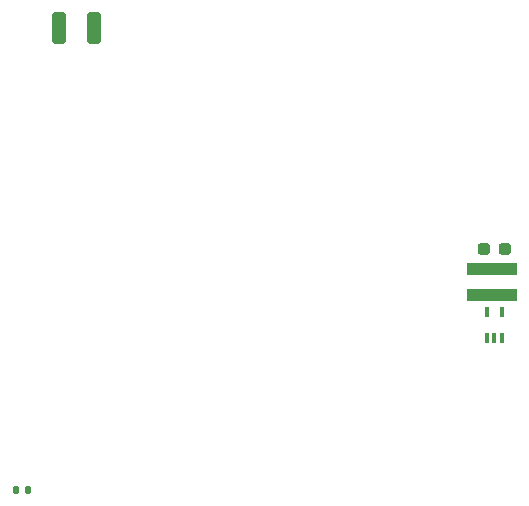
<source format=gbr>
%TF.GenerationSoftware,KiCad,Pcbnew,(6.0.8-1)-1*%
%TF.CreationDate,2022-11-01T09:45:04-04:00*%
%TF.ProjectId,Untitled,556e7469-746c-4656-942e-6b696361645f,rev?*%
%TF.SameCoordinates,Original*%
%TF.FileFunction,Paste,Top*%
%TF.FilePolarity,Positive*%
%FSLAX46Y46*%
G04 Gerber Fmt 4.6, Leading zero omitted, Abs format (unit mm)*
G04 Created by KiCad (PCBNEW (6.0.8-1)-1) date 2022-11-01 09:45:04*
%MOMM*%
%LPD*%
G01*
G04 APERTURE LIST*
G04 Aperture macros list*
%AMRoundRect*
0 Rectangle with rounded corners*
0 $1 Rounding radius*
0 $2 $3 $4 $5 $6 $7 $8 $9 X,Y pos of 4 corners*
0 Add a 4 corners polygon primitive as box body*
4,1,4,$2,$3,$4,$5,$6,$7,$8,$9,$2,$3,0*
0 Add four circle primitives for the rounded corners*
1,1,$1+$1,$2,$3*
1,1,$1+$1,$4,$5*
1,1,$1+$1,$6,$7*
1,1,$1+$1,$8,$9*
0 Add four rect primitives between the rounded corners*
20,1,$1+$1,$2,$3,$4,$5,0*
20,1,$1+$1,$4,$5,$6,$7,0*
20,1,$1+$1,$6,$7,$8,$9,0*
20,1,$1+$1,$8,$9,$2,$3,0*%
G04 Aperture macros list end*
%ADD10RoundRect,0.237500X-0.287500X-0.237500X0.287500X-0.237500X0.287500X0.237500X-0.287500X0.237500X0*%
%ADD11RoundRect,0.087500X-0.087500X-0.337500X0.087500X-0.337500X0.087500X0.337500X-0.087500X0.337500X0*%
%ADD12RoundRect,0.250000X-0.325000X-1.100000X0.325000X-1.100000X0.325000X1.100000X-0.325000X1.100000X0*%
%ADD13RoundRect,0.135000X-0.135000X-0.185000X0.135000X-0.185000X0.135000X0.185000X-0.135000X0.185000X0*%
%ADD14R,4.300000X1.100000*%
G04 APERTURE END LIST*
D10*
%TO.C,REF\u002A\u002A*%
X102865000Y-55200000D03*
X104615000Y-55200000D03*
%TD*%
D11*
%TO.C,*%
X103090000Y-62700000D03*
%TD*%
%TO.C,REF\u002A\u002A*%
X103090000Y-62700000D03*
X103740000Y-62700000D03*
X104390000Y-62700000D03*
X104390000Y-60500000D03*
X103090000Y-60500000D03*
%TD*%
D12*
%TO.C,REF\u002A\u002A*%
X66885000Y-36460000D03*
X69835000Y-36460000D03*
%TD*%
D13*
%TO.C,REF\u002A\u002A*%
X63212500Y-75612500D03*
X64232500Y-75612500D03*
%TD*%
D11*
%TO.C,*%
X103090000Y-60500000D03*
%TD*%
D14*
%TO.C,REF\u002A\u002A*%
X103490000Y-56910000D03*
X103490000Y-59110000D03*
%TD*%
M02*

</source>
